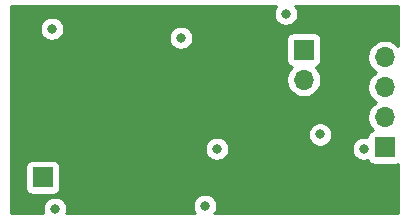
<source format=gbr>
%TF.GenerationSoftware,KiCad,Pcbnew,(5.1.6)-1*%
%TF.CreationDate,2020-10-30T20:39:21-07:00*%
%TF.ProjectId,frontendfull,66726f6e-7465-46e6-9466-756c6c2e6b69,rev?*%
%TF.SameCoordinates,Original*%
%TF.FileFunction,Copper,L3,Inr*%
%TF.FilePolarity,Positive*%
%FSLAX46Y46*%
G04 Gerber Fmt 4.6, Leading zero omitted, Abs format (unit mm)*
G04 Created by KiCad (PCBNEW (5.1.6)-1) date 2020-10-30 20:39:21*
%MOMM*%
%LPD*%
G01*
G04 APERTURE LIST*
%TA.AperFunction,ViaPad*%
%ADD10O,1.700000X1.700000*%
%TD*%
%TA.AperFunction,ViaPad*%
%ADD11R,1.700000X1.700000*%
%TD*%
%TA.AperFunction,ViaPad*%
%ADD12C,0.800000*%
%TD*%
%TA.AperFunction,Conductor*%
%ADD13C,0.254000*%
%TD*%
G04 APERTURE END LIST*
D10*
%TO.N,VCC*%
%TO.C,J4*%
X107950000Y-97155000D03*
%TO.N,Net-(J4-Pad3)*%
X107950000Y-99695000D03*
%TO.N,GND*%
X107950000Y-102235000D03*
D11*
%TO.N,Net-(J4-Pad1)*%
X107950000Y-104775000D03*
%TD*%
%TO.N,GND*%
%TO.C,J2*%
X78994000Y-107315000D03*
%TD*%
D10*
%TO.N,GND*%
%TO.C,J1*%
X101092000Y-99060000D03*
D11*
%TO.N,Net-(C1-Pad1)*%
X101092000Y-96520000D03*
%TD*%
D12*
%TO.N,GND*%
X106172000Y-104902000D03*
X90678000Y-95504000D03*
X80010000Y-109982000D03*
X92710000Y-109728000D03*
X99568000Y-93472000D03*
X79756000Y-94742000D03*
X93726000Y-104902000D03*
%TO.N,+5V*%
X86614000Y-104140000D03*
X92202000Y-99568000D03*
X102870000Y-101346000D03*
X91440000Y-107188000D03*
%TO.N,Net-(J4-Pad3)*%
X102471388Y-103695990D03*
%TD*%
D13*
%TO.N,+5V*%
G36*
X98650795Y-92981744D02*
G01*
X98572774Y-93170102D01*
X98533000Y-93370061D01*
X98533000Y-93573939D01*
X98572774Y-93773898D01*
X98650795Y-93962256D01*
X98764063Y-94131774D01*
X98908226Y-94275937D01*
X99077744Y-94389205D01*
X99266102Y-94467226D01*
X99466061Y-94507000D01*
X99669939Y-94507000D01*
X99869898Y-94467226D01*
X100058256Y-94389205D01*
X100227774Y-94275937D01*
X100371937Y-94131774D01*
X100485205Y-93962256D01*
X100563226Y-93773898D01*
X100603000Y-93573939D01*
X100603000Y-93370061D01*
X100563226Y-93170102D01*
X100485205Y-92981744D01*
X100388490Y-92837000D01*
X109093000Y-92837000D01*
X109093000Y-96197893D01*
X108896632Y-96001525D01*
X108653411Y-95839010D01*
X108383158Y-95727068D01*
X108096260Y-95670000D01*
X107803740Y-95670000D01*
X107516842Y-95727068D01*
X107246589Y-95839010D01*
X107003368Y-96001525D01*
X106796525Y-96208368D01*
X106634010Y-96451589D01*
X106522068Y-96721842D01*
X106465000Y-97008740D01*
X106465000Y-97301260D01*
X106522068Y-97588158D01*
X106634010Y-97858411D01*
X106796525Y-98101632D01*
X107003368Y-98308475D01*
X107177760Y-98425000D01*
X107003368Y-98541525D01*
X106796525Y-98748368D01*
X106634010Y-98991589D01*
X106522068Y-99261842D01*
X106465000Y-99548740D01*
X106465000Y-99841260D01*
X106522068Y-100128158D01*
X106634010Y-100398411D01*
X106796525Y-100641632D01*
X107003368Y-100848475D01*
X107177760Y-100965000D01*
X107003368Y-101081525D01*
X106796525Y-101288368D01*
X106634010Y-101531589D01*
X106522068Y-101801842D01*
X106465000Y-102088740D01*
X106465000Y-102381260D01*
X106522068Y-102668158D01*
X106634010Y-102938411D01*
X106796525Y-103181632D01*
X106928380Y-103313487D01*
X106855820Y-103335498D01*
X106745506Y-103394463D01*
X106648815Y-103473815D01*
X106569463Y-103570506D01*
X106510498Y-103680820D01*
X106474188Y-103800518D01*
X106463919Y-103904789D01*
X106273939Y-103867000D01*
X106070061Y-103867000D01*
X105870102Y-103906774D01*
X105681744Y-103984795D01*
X105512226Y-104098063D01*
X105368063Y-104242226D01*
X105254795Y-104411744D01*
X105176774Y-104600102D01*
X105137000Y-104800061D01*
X105137000Y-105003939D01*
X105176774Y-105203898D01*
X105254795Y-105392256D01*
X105368063Y-105561774D01*
X105512226Y-105705937D01*
X105681744Y-105819205D01*
X105870102Y-105897226D01*
X106070061Y-105937000D01*
X106273939Y-105937000D01*
X106473898Y-105897226D01*
X106516137Y-105879730D01*
X106569463Y-105979494D01*
X106648815Y-106076185D01*
X106745506Y-106155537D01*
X106855820Y-106214502D01*
X106975518Y-106250812D01*
X107100000Y-106263072D01*
X108800000Y-106263072D01*
X108924482Y-106250812D01*
X109044180Y-106214502D01*
X109093000Y-106188407D01*
X109093000Y-110363000D01*
X93530490Y-110363000D01*
X93627205Y-110218256D01*
X93705226Y-110029898D01*
X93745000Y-109829939D01*
X93745000Y-109626061D01*
X93705226Y-109426102D01*
X93627205Y-109237744D01*
X93513937Y-109068226D01*
X93369774Y-108924063D01*
X93200256Y-108810795D01*
X93011898Y-108732774D01*
X92811939Y-108693000D01*
X92608061Y-108693000D01*
X92408102Y-108732774D01*
X92219744Y-108810795D01*
X92050226Y-108924063D01*
X91906063Y-109068226D01*
X91792795Y-109237744D01*
X91714774Y-109426102D01*
X91675000Y-109626061D01*
X91675000Y-109829939D01*
X91714774Y-110029898D01*
X91792795Y-110218256D01*
X91889510Y-110363000D01*
X80972461Y-110363000D01*
X81005226Y-110283898D01*
X81045000Y-110083939D01*
X81045000Y-109880061D01*
X81005226Y-109680102D01*
X80927205Y-109491744D01*
X80813937Y-109322226D01*
X80669774Y-109178063D01*
X80500256Y-109064795D01*
X80311898Y-108986774D01*
X80111939Y-108947000D01*
X79908061Y-108947000D01*
X79708102Y-108986774D01*
X79519744Y-109064795D01*
X79350226Y-109178063D01*
X79206063Y-109322226D01*
X79092795Y-109491744D01*
X79014774Y-109680102D01*
X78975000Y-109880061D01*
X78975000Y-110083939D01*
X79014774Y-110283898D01*
X79047539Y-110363000D01*
X76327000Y-110363000D01*
X76327000Y-106465000D01*
X77505928Y-106465000D01*
X77505928Y-108165000D01*
X77518188Y-108289482D01*
X77554498Y-108409180D01*
X77613463Y-108519494D01*
X77692815Y-108616185D01*
X77789506Y-108695537D01*
X77899820Y-108754502D01*
X78019518Y-108790812D01*
X78144000Y-108803072D01*
X79844000Y-108803072D01*
X79968482Y-108790812D01*
X80088180Y-108754502D01*
X80198494Y-108695537D01*
X80295185Y-108616185D01*
X80374537Y-108519494D01*
X80433502Y-108409180D01*
X80469812Y-108289482D01*
X80482072Y-108165000D01*
X80482072Y-106465000D01*
X80469812Y-106340518D01*
X80433502Y-106220820D01*
X80374537Y-106110506D01*
X80295185Y-106013815D01*
X80198494Y-105934463D01*
X80088180Y-105875498D01*
X79968482Y-105839188D01*
X79844000Y-105826928D01*
X78144000Y-105826928D01*
X78019518Y-105839188D01*
X77899820Y-105875498D01*
X77789506Y-105934463D01*
X77692815Y-106013815D01*
X77613463Y-106110506D01*
X77554498Y-106220820D01*
X77518188Y-106340518D01*
X77505928Y-106465000D01*
X76327000Y-106465000D01*
X76327000Y-104800061D01*
X92691000Y-104800061D01*
X92691000Y-105003939D01*
X92730774Y-105203898D01*
X92808795Y-105392256D01*
X92922063Y-105561774D01*
X93066226Y-105705937D01*
X93235744Y-105819205D01*
X93424102Y-105897226D01*
X93624061Y-105937000D01*
X93827939Y-105937000D01*
X94027898Y-105897226D01*
X94216256Y-105819205D01*
X94385774Y-105705937D01*
X94529937Y-105561774D01*
X94643205Y-105392256D01*
X94721226Y-105203898D01*
X94761000Y-105003939D01*
X94761000Y-104800061D01*
X94721226Y-104600102D01*
X94643205Y-104411744D01*
X94529937Y-104242226D01*
X94385774Y-104098063D01*
X94216256Y-103984795D01*
X94027898Y-103906774D01*
X93827939Y-103867000D01*
X93624061Y-103867000D01*
X93424102Y-103906774D01*
X93235744Y-103984795D01*
X93066226Y-104098063D01*
X92922063Y-104242226D01*
X92808795Y-104411744D01*
X92730774Y-104600102D01*
X92691000Y-104800061D01*
X76327000Y-104800061D01*
X76327000Y-103594051D01*
X101436388Y-103594051D01*
X101436388Y-103797929D01*
X101476162Y-103997888D01*
X101554183Y-104186246D01*
X101667451Y-104355764D01*
X101811614Y-104499927D01*
X101981132Y-104613195D01*
X102169490Y-104691216D01*
X102369449Y-104730990D01*
X102573327Y-104730990D01*
X102773286Y-104691216D01*
X102961644Y-104613195D01*
X103131162Y-104499927D01*
X103275325Y-104355764D01*
X103388593Y-104186246D01*
X103466614Y-103997888D01*
X103506388Y-103797929D01*
X103506388Y-103594051D01*
X103466614Y-103394092D01*
X103388593Y-103205734D01*
X103275325Y-103036216D01*
X103131162Y-102892053D01*
X102961644Y-102778785D01*
X102773286Y-102700764D01*
X102573327Y-102660990D01*
X102369449Y-102660990D01*
X102169490Y-102700764D01*
X101981132Y-102778785D01*
X101811614Y-102892053D01*
X101667451Y-103036216D01*
X101554183Y-103205734D01*
X101476162Y-103394092D01*
X101436388Y-103594051D01*
X76327000Y-103594051D01*
X76327000Y-94640061D01*
X78721000Y-94640061D01*
X78721000Y-94843939D01*
X78760774Y-95043898D01*
X78838795Y-95232256D01*
X78952063Y-95401774D01*
X79096226Y-95545937D01*
X79265744Y-95659205D01*
X79454102Y-95737226D01*
X79654061Y-95777000D01*
X79857939Y-95777000D01*
X80057898Y-95737226D01*
X80246256Y-95659205D01*
X80415774Y-95545937D01*
X80559650Y-95402061D01*
X89643000Y-95402061D01*
X89643000Y-95605939D01*
X89682774Y-95805898D01*
X89760795Y-95994256D01*
X89874063Y-96163774D01*
X90018226Y-96307937D01*
X90187744Y-96421205D01*
X90376102Y-96499226D01*
X90576061Y-96539000D01*
X90779939Y-96539000D01*
X90979898Y-96499226D01*
X91168256Y-96421205D01*
X91337774Y-96307937D01*
X91481937Y-96163774D01*
X91595205Y-95994256D01*
X91673226Y-95805898D01*
X91700257Y-95670000D01*
X99603928Y-95670000D01*
X99603928Y-97370000D01*
X99616188Y-97494482D01*
X99652498Y-97614180D01*
X99711463Y-97724494D01*
X99790815Y-97821185D01*
X99887506Y-97900537D01*
X99997820Y-97959502D01*
X100070380Y-97981513D01*
X99938525Y-98113368D01*
X99776010Y-98356589D01*
X99664068Y-98626842D01*
X99607000Y-98913740D01*
X99607000Y-99206260D01*
X99664068Y-99493158D01*
X99776010Y-99763411D01*
X99938525Y-100006632D01*
X100145368Y-100213475D01*
X100388589Y-100375990D01*
X100658842Y-100487932D01*
X100945740Y-100545000D01*
X101238260Y-100545000D01*
X101525158Y-100487932D01*
X101795411Y-100375990D01*
X102038632Y-100213475D01*
X102245475Y-100006632D01*
X102407990Y-99763411D01*
X102519932Y-99493158D01*
X102577000Y-99206260D01*
X102577000Y-98913740D01*
X102519932Y-98626842D01*
X102407990Y-98356589D01*
X102245475Y-98113368D01*
X102113620Y-97981513D01*
X102186180Y-97959502D01*
X102296494Y-97900537D01*
X102393185Y-97821185D01*
X102472537Y-97724494D01*
X102531502Y-97614180D01*
X102567812Y-97494482D01*
X102580072Y-97370000D01*
X102580072Y-95670000D01*
X102567812Y-95545518D01*
X102531502Y-95425820D01*
X102472537Y-95315506D01*
X102393185Y-95218815D01*
X102296494Y-95139463D01*
X102186180Y-95080498D01*
X102066482Y-95044188D01*
X101942000Y-95031928D01*
X100242000Y-95031928D01*
X100117518Y-95044188D01*
X99997820Y-95080498D01*
X99887506Y-95139463D01*
X99790815Y-95218815D01*
X99711463Y-95315506D01*
X99652498Y-95425820D01*
X99616188Y-95545518D01*
X99603928Y-95670000D01*
X91700257Y-95670000D01*
X91713000Y-95605939D01*
X91713000Y-95402061D01*
X91673226Y-95202102D01*
X91595205Y-95013744D01*
X91481937Y-94844226D01*
X91337774Y-94700063D01*
X91168256Y-94586795D01*
X90979898Y-94508774D01*
X90779939Y-94469000D01*
X90576061Y-94469000D01*
X90376102Y-94508774D01*
X90187744Y-94586795D01*
X90018226Y-94700063D01*
X89874063Y-94844226D01*
X89760795Y-95013744D01*
X89682774Y-95202102D01*
X89643000Y-95402061D01*
X80559650Y-95402061D01*
X80559937Y-95401774D01*
X80673205Y-95232256D01*
X80751226Y-95043898D01*
X80791000Y-94843939D01*
X80791000Y-94640061D01*
X80751226Y-94440102D01*
X80673205Y-94251744D01*
X80559937Y-94082226D01*
X80415774Y-93938063D01*
X80246256Y-93824795D01*
X80057898Y-93746774D01*
X79857939Y-93707000D01*
X79654061Y-93707000D01*
X79454102Y-93746774D01*
X79265744Y-93824795D01*
X79096226Y-93938063D01*
X78952063Y-94082226D01*
X78838795Y-94251744D01*
X78760774Y-94440102D01*
X78721000Y-94640061D01*
X76327000Y-94640061D01*
X76327000Y-92837000D01*
X98747510Y-92837000D01*
X98650795Y-92981744D01*
G37*
X98650795Y-92981744D02*
X98572774Y-93170102D01*
X98533000Y-93370061D01*
X98533000Y-93573939D01*
X98572774Y-93773898D01*
X98650795Y-93962256D01*
X98764063Y-94131774D01*
X98908226Y-94275937D01*
X99077744Y-94389205D01*
X99266102Y-94467226D01*
X99466061Y-94507000D01*
X99669939Y-94507000D01*
X99869898Y-94467226D01*
X100058256Y-94389205D01*
X100227774Y-94275937D01*
X100371937Y-94131774D01*
X100485205Y-93962256D01*
X100563226Y-93773898D01*
X100603000Y-93573939D01*
X100603000Y-93370061D01*
X100563226Y-93170102D01*
X100485205Y-92981744D01*
X100388490Y-92837000D01*
X109093000Y-92837000D01*
X109093000Y-96197893D01*
X108896632Y-96001525D01*
X108653411Y-95839010D01*
X108383158Y-95727068D01*
X108096260Y-95670000D01*
X107803740Y-95670000D01*
X107516842Y-95727068D01*
X107246589Y-95839010D01*
X107003368Y-96001525D01*
X106796525Y-96208368D01*
X106634010Y-96451589D01*
X106522068Y-96721842D01*
X106465000Y-97008740D01*
X106465000Y-97301260D01*
X106522068Y-97588158D01*
X106634010Y-97858411D01*
X106796525Y-98101632D01*
X107003368Y-98308475D01*
X107177760Y-98425000D01*
X107003368Y-98541525D01*
X106796525Y-98748368D01*
X106634010Y-98991589D01*
X106522068Y-99261842D01*
X106465000Y-99548740D01*
X106465000Y-99841260D01*
X106522068Y-100128158D01*
X106634010Y-100398411D01*
X106796525Y-100641632D01*
X107003368Y-100848475D01*
X107177760Y-100965000D01*
X107003368Y-101081525D01*
X106796525Y-101288368D01*
X106634010Y-101531589D01*
X106522068Y-101801842D01*
X106465000Y-102088740D01*
X106465000Y-102381260D01*
X106522068Y-102668158D01*
X106634010Y-102938411D01*
X106796525Y-103181632D01*
X106928380Y-103313487D01*
X106855820Y-103335498D01*
X106745506Y-103394463D01*
X106648815Y-103473815D01*
X106569463Y-103570506D01*
X106510498Y-103680820D01*
X106474188Y-103800518D01*
X106463919Y-103904789D01*
X106273939Y-103867000D01*
X106070061Y-103867000D01*
X105870102Y-103906774D01*
X105681744Y-103984795D01*
X105512226Y-104098063D01*
X105368063Y-104242226D01*
X105254795Y-104411744D01*
X105176774Y-104600102D01*
X105137000Y-104800061D01*
X105137000Y-105003939D01*
X105176774Y-105203898D01*
X105254795Y-105392256D01*
X105368063Y-105561774D01*
X105512226Y-105705937D01*
X105681744Y-105819205D01*
X105870102Y-105897226D01*
X106070061Y-105937000D01*
X106273939Y-105937000D01*
X106473898Y-105897226D01*
X106516137Y-105879730D01*
X106569463Y-105979494D01*
X106648815Y-106076185D01*
X106745506Y-106155537D01*
X106855820Y-106214502D01*
X106975518Y-106250812D01*
X107100000Y-106263072D01*
X108800000Y-106263072D01*
X108924482Y-106250812D01*
X109044180Y-106214502D01*
X109093000Y-106188407D01*
X109093000Y-110363000D01*
X93530490Y-110363000D01*
X93627205Y-110218256D01*
X93705226Y-110029898D01*
X93745000Y-109829939D01*
X93745000Y-109626061D01*
X93705226Y-109426102D01*
X93627205Y-109237744D01*
X93513937Y-109068226D01*
X93369774Y-108924063D01*
X93200256Y-108810795D01*
X93011898Y-108732774D01*
X92811939Y-108693000D01*
X92608061Y-108693000D01*
X92408102Y-108732774D01*
X92219744Y-108810795D01*
X92050226Y-108924063D01*
X91906063Y-109068226D01*
X91792795Y-109237744D01*
X91714774Y-109426102D01*
X91675000Y-109626061D01*
X91675000Y-109829939D01*
X91714774Y-110029898D01*
X91792795Y-110218256D01*
X91889510Y-110363000D01*
X80972461Y-110363000D01*
X81005226Y-110283898D01*
X81045000Y-110083939D01*
X81045000Y-109880061D01*
X81005226Y-109680102D01*
X80927205Y-109491744D01*
X80813937Y-109322226D01*
X80669774Y-109178063D01*
X80500256Y-109064795D01*
X80311898Y-108986774D01*
X80111939Y-108947000D01*
X79908061Y-108947000D01*
X79708102Y-108986774D01*
X79519744Y-109064795D01*
X79350226Y-109178063D01*
X79206063Y-109322226D01*
X79092795Y-109491744D01*
X79014774Y-109680102D01*
X78975000Y-109880061D01*
X78975000Y-110083939D01*
X79014774Y-110283898D01*
X79047539Y-110363000D01*
X76327000Y-110363000D01*
X76327000Y-106465000D01*
X77505928Y-106465000D01*
X77505928Y-108165000D01*
X77518188Y-108289482D01*
X77554498Y-108409180D01*
X77613463Y-108519494D01*
X77692815Y-108616185D01*
X77789506Y-108695537D01*
X77899820Y-108754502D01*
X78019518Y-108790812D01*
X78144000Y-108803072D01*
X79844000Y-108803072D01*
X79968482Y-108790812D01*
X80088180Y-108754502D01*
X80198494Y-108695537D01*
X80295185Y-108616185D01*
X80374537Y-108519494D01*
X80433502Y-108409180D01*
X80469812Y-108289482D01*
X80482072Y-108165000D01*
X80482072Y-106465000D01*
X80469812Y-106340518D01*
X80433502Y-106220820D01*
X80374537Y-106110506D01*
X80295185Y-106013815D01*
X80198494Y-105934463D01*
X80088180Y-105875498D01*
X79968482Y-105839188D01*
X79844000Y-105826928D01*
X78144000Y-105826928D01*
X78019518Y-105839188D01*
X77899820Y-105875498D01*
X77789506Y-105934463D01*
X77692815Y-106013815D01*
X77613463Y-106110506D01*
X77554498Y-106220820D01*
X77518188Y-106340518D01*
X77505928Y-106465000D01*
X76327000Y-106465000D01*
X76327000Y-104800061D01*
X92691000Y-104800061D01*
X92691000Y-105003939D01*
X92730774Y-105203898D01*
X92808795Y-105392256D01*
X92922063Y-105561774D01*
X93066226Y-105705937D01*
X93235744Y-105819205D01*
X93424102Y-105897226D01*
X93624061Y-105937000D01*
X93827939Y-105937000D01*
X94027898Y-105897226D01*
X94216256Y-105819205D01*
X94385774Y-105705937D01*
X94529937Y-105561774D01*
X94643205Y-105392256D01*
X94721226Y-105203898D01*
X94761000Y-105003939D01*
X94761000Y-104800061D01*
X94721226Y-104600102D01*
X94643205Y-104411744D01*
X94529937Y-104242226D01*
X94385774Y-104098063D01*
X94216256Y-103984795D01*
X94027898Y-103906774D01*
X93827939Y-103867000D01*
X93624061Y-103867000D01*
X93424102Y-103906774D01*
X93235744Y-103984795D01*
X93066226Y-104098063D01*
X92922063Y-104242226D01*
X92808795Y-104411744D01*
X92730774Y-104600102D01*
X92691000Y-104800061D01*
X76327000Y-104800061D01*
X76327000Y-103594051D01*
X101436388Y-103594051D01*
X101436388Y-103797929D01*
X101476162Y-103997888D01*
X101554183Y-104186246D01*
X101667451Y-104355764D01*
X101811614Y-104499927D01*
X101981132Y-104613195D01*
X102169490Y-104691216D01*
X102369449Y-104730990D01*
X102573327Y-104730990D01*
X102773286Y-104691216D01*
X102961644Y-104613195D01*
X103131162Y-104499927D01*
X103275325Y-104355764D01*
X103388593Y-104186246D01*
X103466614Y-103997888D01*
X103506388Y-103797929D01*
X103506388Y-103594051D01*
X103466614Y-103394092D01*
X103388593Y-103205734D01*
X103275325Y-103036216D01*
X103131162Y-102892053D01*
X102961644Y-102778785D01*
X102773286Y-102700764D01*
X102573327Y-102660990D01*
X102369449Y-102660990D01*
X102169490Y-102700764D01*
X101981132Y-102778785D01*
X101811614Y-102892053D01*
X101667451Y-103036216D01*
X101554183Y-103205734D01*
X101476162Y-103394092D01*
X101436388Y-103594051D01*
X76327000Y-103594051D01*
X76327000Y-94640061D01*
X78721000Y-94640061D01*
X78721000Y-94843939D01*
X78760774Y-95043898D01*
X78838795Y-95232256D01*
X78952063Y-95401774D01*
X79096226Y-95545937D01*
X79265744Y-95659205D01*
X79454102Y-95737226D01*
X79654061Y-95777000D01*
X79857939Y-95777000D01*
X80057898Y-95737226D01*
X80246256Y-95659205D01*
X80415774Y-95545937D01*
X80559650Y-95402061D01*
X89643000Y-95402061D01*
X89643000Y-95605939D01*
X89682774Y-95805898D01*
X89760795Y-95994256D01*
X89874063Y-96163774D01*
X90018226Y-96307937D01*
X90187744Y-96421205D01*
X90376102Y-96499226D01*
X90576061Y-96539000D01*
X90779939Y-96539000D01*
X90979898Y-96499226D01*
X91168256Y-96421205D01*
X91337774Y-96307937D01*
X91481937Y-96163774D01*
X91595205Y-95994256D01*
X91673226Y-95805898D01*
X91700257Y-95670000D01*
X99603928Y-95670000D01*
X99603928Y-97370000D01*
X99616188Y-97494482D01*
X99652498Y-97614180D01*
X99711463Y-97724494D01*
X99790815Y-97821185D01*
X99887506Y-97900537D01*
X99997820Y-97959502D01*
X100070380Y-97981513D01*
X99938525Y-98113368D01*
X99776010Y-98356589D01*
X99664068Y-98626842D01*
X99607000Y-98913740D01*
X99607000Y-99206260D01*
X99664068Y-99493158D01*
X99776010Y-99763411D01*
X99938525Y-100006632D01*
X100145368Y-100213475D01*
X100388589Y-100375990D01*
X100658842Y-100487932D01*
X100945740Y-100545000D01*
X101238260Y-100545000D01*
X101525158Y-100487932D01*
X101795411Y-100375990D01*
X102038632Y-100213475D01*
X102245475Y-100006632D01*
X102407990Y-99763411D01*
X102519932Y-99493158D01*
X102577000Y-99206260D01*
X102577000Y-98913740D01*
X102519932Y-98626842D01*
X102407990Y-98356589D01*
X102245475Y-98113368D01*
X102113620Y-97981513D01*
X102186180Y-97959502D01*
X102296494Y-97900537D01*
X102393185Y-97821185D01*
X102472537Y-97724494D01*
X102531502Y-97614180D01*
X102567812Y-97494482D01*
X102580072Y-97370000D01*
X102580072Y-95670000D01*
X102567812Y-95545518D01*
X102531502Y-95425820D01*
X102472537Y-95315506D01*
X102393185Y-95218815D01*
X102296494Y-95139463D01*
X102186180Y-95080498D01*
X102066482Y-95044188D01*
X101942000Y-95031928D01*
X100242000Y-95031928D01*
X100117518Y-95044188D01*
X99997820Y-95080498D01*
X99887506Y-95139463D01*
X99790815Y-95218815D01*
X99711463Y-95315506D01*
X99652498Y-95425820D01*
X99616188Y-95545518D01*
X99603928Y-95670000D01*
X91700257Y-95670000D01*
X91713000Y-95605939D01*
X91713000Y-95402061D01*
X91673226Y-95202102D01*
X91595205Y-95013744D01*
X91481937Y-94844226D01*
X91337774Y-94700063D01*
X91168256Y-94586795D01*
X90979898Y-94508774D01*
X90779939Y-94469000D01*
X90576061Y-94469000D01*
X90376102Y-94508774D01*
X90187744Y-94586795D01*
X90018226Y-94700063D01*
X89874063Y-94844226D01*
X89760795Y-95013744D01*
X89682774Y-95202102D01*
X89643000Y-95402061D01*
X80559650Y-95402061D01*
X80559937Y-95401774D01*
X80673205Y-95232256D01*
X80751226Y-95043898D01*
X80791000Y-94843939D01*
X80791000Y-94640061D01*
X80751226Y-94440102D01*
X80673205Y-94251744D01*
X80559937Y-94082226D01*
X80415774Y-93938063D01*
X80246256Y-93824795D01*
X80057898Y-93746774D01*
X79857939Y-93707000D01*
X79654061Y-93707000D01*
X79454102Y-93746774D01*
X79265744Y-93824795D01*
X79096226Y-93938063D01*
X78952063Y-94082226D01*
X78838795Y-94251744D01*
X78760774Y-94440102D01*
X78721000Y-94640061D01*
X76327000Y-94640061D01*
X76327000Y-92837000D01*
X98747510Y-92837000D01*
X98650795Y-92981744D01*
%TD*%
M02*

</source>
